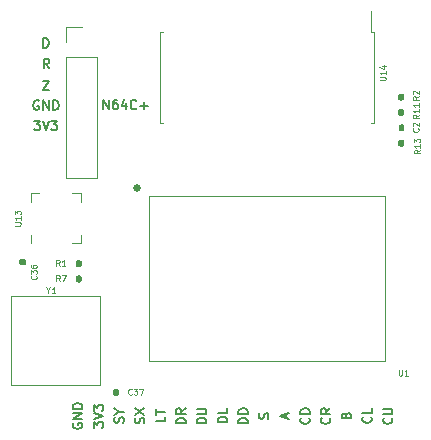
<source format=gbr>
%TF.GenerationSoftware,KiCad,Pcbnew,7.0.5*%
%TF.CreationDate,2024-02-13T07:46:18-05:00*%
%TF.ProjectId,N64SP PCB,4e363453-5020-4504-9342-2e6b69636164,rev?*%
%TF.SameCoordinates,Original*%
%TF.FileFunction,Legend,Top*%
%TF.FilePolarity,Positive*%
%FSLAX46Y46*%
G04 Gerber Fmt 4.6, Leading zero omitted, Abs format (unit mm)*
G04 Created by KiCad (PCBNEW 7.0.5) date 2024-02-13 07:46:18*
%MOMM*%
%LPD*%
G01*
G04 APERTURE LIST*
%ADD10C,0.150000*%
%ADD11C,0.125000*%
%ADD12C,0.500000*%
%ADD13C,0.120000*%
%ADD14C,0.100000*%
G04 APERTURE END LIST*
D10*
X112269523Y-43342295D02*
X112764761Y-43342295D01*
X112764761Y-43342295D02*
X112498095Y-43647057D01*
X112498095Y-43647057D02*
X112612380Y-43647057D01*
X112612380Y-43647057D02*
X112688571Y-43685152D01*
X112688571Y-43685152D02*
X112726666Y-43723247D01*
X112726666Y-43723247D02*
X112764761Y-43799438D01*
X112764761Y-43799438D02*
X112764761Y-43989914D01*
X112764761Y-43989914D02*
X112726666Y-44066104D01*
X112726666Y-44066104D02*
X112688571Y-44104200D01*
X112688571Y-44104200D02*
X112612380Y-44142295D01*
X112612380Y-44142295D02*
X112383809Y-44142295D01*
X112383809Y-44142295D02*
X112307618Y-44104200D01*
X112307618Y-44104200D02*
X112269523Y-44066104D01*
X112993333Y-43342295D02*
X113260000Y-44142295D01*
X113260000Y-44142295D02*
X113526666Y-43342295D01*
X113717142Y-43342295D02*
X114212380Y-43342295D01*
X114212380Y-43342295D02*
X113945714Y-43647057D01*
X113945714Y-43647057D02*
X114059999Y-43647057D01*
X114059999Y-43647057D02*
X114136190Y-43685152D01*
X114136190Y-43685152D02*
X114174285Y-43723247D01*
X114174285Y-43723247D02*
X114212380Y-43799438D01*
X114212380Y-43799438D02*
X114212380Y-43989914D01*
X114212380Y-43989914D02*
X114174285Y-44066104D01*
X114174285Y-44066104D02*
X114136190Y-44104200D01*
X114136190Y-44104200D02*
X114059999Y-44142295D01*
X114059999Y-44142295D02*
X113831428Y-44142295D01*
X113831428Y-44142295D02*
X113755237Y-44104200D01*
X113755237Y-44104200D02*
X113717142Y-44066104D01*
X113050476Y-37152295D02*
X113050476Y-36352295D01*
X113050476Y-36352295D02*
X113240952Y-36352295D01*
X113240952Y-36352295D02*
X113355238Y-36390390D01*
X113355238Y-36390390D02*
X113431428Y-36466580D01*
X113431428Y-36466580D02*
X113469523Y-36542771D01*
X113469523Y-36542771D02*
X113507619Y-36695152D01*
X113507619Y-36695152D02*
X113507619Y-36809438D01*
X113507619Y-36809438D02*
X113469523Y-36961819D01*
X113469523Y-36961819D02*
X113431428Y-37038009D01*
X113431428Y-37038009D02*
X113355238Y-37114200D01*
X113355238Y-37114200D02*
X113240952Y-37152295D01*
X113240952Y-37152295D02*
X113050476Y-37152295D01*
X133623723Y-68530476D02*
X133623723Y-68149523D01*
X133852295Y-68606666D02*
X133052295Y-68339999D01*
X133052295Y-68339999D02*
X133852295Y-68073333D01*
X135526104Y-68492380D02*
X135564200Y-68530476D01*
X135564200Y-68530476D02*
X135602295Y-68644761D01*
X135602295Y-68644761D02*
X135602295Y-68720952D01*
X135602295Y-68720952D02*
X135564200Y-68835238D01*
X135564200Y-68835238D02*
X135488009Y-68911428D01*
X135488009Y-68911428D02*
X135411819Y-68949523D01*
X135411819Y-68949523D02*
X135259438Y-68987619D01*
X135259438Y-68987619D02*
X135145152Y-68987619D01*
X135145152Y-68987619D02*
X134992771Y-68949523D01*
X134992771Y-68949523D02*
X134916580Y-68911428D01*
X134916580Y-68911428D02*
X134840390Y-68835238D01*
X134840390Y-68835238D02*
X134802295Y-68720952D01*
X134802295Y-68720952D02*
X134802295Y-68644761D01*
X134802295Y-68644761D02*
X134840390Y-68530476D01*
X134840390Y-68530476D02*
X134878485Y-68492380D01*
X135602295Y-68149523D02*
X134802295Y-68149523D01*
X134802295Y-68149523D02*
X134802295Y-67959047D01*
X134802295Y-67959047D02*
X134840390Y-67844761D01*
X134840390Y-67844761D02*
X134916580Y-67768571D01*
X134916580Y-67768571D02*
X134992771Y-67730476D01*
X134992771Y-67730476D02*
X135145152Y-67692380D01*
X135145152Y-67692380D02*
X135259438Y-67692380D01*
X135259438Y-67692380D02*
X135411819Y-67730476D01*
X135411819Y-67730476D02*
X135488009Y-67768571D01*
X135488009Y-67768571D02*
X135564200Y-67844761D01*
X135564200Y-67844761D02*
X135602295Y-67959047D01*
X135602295Y-67959047D02*
X135602295Y-68149523D01*
X112650476Y-41660390D02*
X112574286Y-41622295D01*
X112574286Y-41622295D02*
X112460000Y-41622295D01*
X112460000Y-41622295D02*
X112345714Y-41660390D01*
X112345714Y-41660390D02*
X112269524Y-41736580D01*
X112269524Y-41736580D02*
X112231429Y-41812771D01*
X112231429Y-41812771D02*
X112193333Y-41965152D01*
X112193333Y-41965152D02*
X112193333Y-42079438D01*
X112193333Y-42079438D02*
X112231429Y-42231819D01*
X112231429Y-42231819D02*
X112269524Y-42308009D01*
X112269524Y-42308009D02*
X112345714Y-42384200D01*
X112345714Y-42384200D02*
X112460000Y-42422295D01*
X112460000Y-42422295D02*
X112536191Y-42422295D01*
X112536191Y-42422295D02*
X112650476Y-42384200D01*
X112650476Y-42384200D02*
X112688572Y-42346104D01*
X112688572Y-42346104D02*
X112688572Y-42079438D01*
X112688572Y-42079438D02*
X112536191Y-42079438D01*
X113031429Y-42422295D02*
X113031429Y-41622295D01*
X113031429Y-41622295D02*
X113488572Y-42422295D01*
X113488572Y-42422295D02*
X113488572Y-41622295D01*
X113869524Y-42422295D02*
X113869524Y-41622295D01*
X113869524Y-41622295D02*
X114060000Y-41622295D01*
X114060000Y-41622295D02*
X114174286Y-41660390D01*
X114174286Y-41660390D02*
X114250476Y-41736580D01*
X114250476Y-41736580D02*
X114288571Y-41812771D01*
X114288571Y-41812771D02*
X114326667Y-41965152D01*
X114326667Y-41965152D02*
X114326667Y-42079438D01*
X114326667Y-42079438D02*
X114288571Y-42231819D01*
X114288571Y-42231819D02*
X114250476Y-42308009D01*
X114250476Y-42308009D02*
X114174286Y-42384200D01*
X114174286Y-42384200D02*
X114060000Y-42422295D01*
X114060000Y-42422295D02*
X113869524Y-42422295D01*
X113517619Y-38902295D02*
X113250952Y-38521342D01*
X113060476Y-38902295D02*
X113060476Y-38102295D01*
X113060476Y-38102295D02*
X113365238Y-38102295D01*
X113365238Y-38102295D02*
X113441428Y-38140390D01*
X113441428Y-38140390D02*
X113479523Y-38178485D01*
X113479523Y-38178485D02*
X113517619Y-38254676D01*
X113517619Y-38254676D02*
X113517619Y-38368961D01*
X113517619Y-38368961D02*
X113479523Y-38445152D01*
X113479523Y-38445152D02*
X113441428Y-38483247D01*
X113441428Y-38483247D02*
X113365238Y-38521342D01*
X113365238Y-38521342D02*
X113060476Y-38521342D01*
X126852295Y-68968570D02*
X126052295Y-68968570D01*
X126052295Y-68968570D02*
X126052295Y-68778094D01*
X126052295Y-68778094D02*
X126090390Y-68663808D01*
X126090390Y-68663808D02*
X126166580Y-68587618D01*
X126166580Y-68587618D02*
X126242771Y-68549523D01*
X126242771Y-68549523D02*
X126395152Y-68511427D01*
X126395152Y-68511427D02*
X126509438Y-68511427D01*
X126509438Y-68511427D02*
X126661819Y-68549523D01*
X126661819Y-68549523D02*
X126738009Y-68587618D01*
X126738009Y-68587618D02*
X126814200Y-68663808D01*
X126814200Y-68663808D02*
X126852295Y-68778094D01*
X126852295Y-68778094D02*
X126852295Y-68968570D01*
X126052295Y-68168570D02*
X126699914Y-68168570D01*
X126699914Y-68168570D02*
X126776104Y-68130475D01*
X126776104Y-68130475D02*
X126814200Y-68092380D01*
X126814200Y-68092380D02*
X126852295Y-68016189D01*
X126852295Y-68016189D02*
X126852295Y-67863808D01*
X126852295Y-67863808D02*
X126814200Y-67787618D01*
X126814200Y-67787618D02*
X126776104Y-67749523D01*
X126776104Y-67749523D02*
X126699914Y-67711427D01*
X126699914Y-67711427D02*
X126052295Y-67711427D01*
X115590390Y-68949523D02*
X115552295Y-69025713D01*
X115552295Y-69025713D02*
X115552295Y-69139999D01*
X115552295Y-69139999D02*
X115590390Y-69254285D01*
X115590390Y-69254285D02*
X115666580Y-69330475D01*
X115666580Y-69330475D02*
X115742771Y-69368570D01*
X115742771Y-69368570D02*
X115895152Y-69406666D01*
X115895152Y-69406666D02*
X116009438Y-69406666D01*
X116009438Y-69406666D02*
X116161819Y-69368570D01*
X116161819Y-69368570D02*
X116238009Y-69330475D01*
X116238009Y-69330475D02*
X116314200Y-69254285D01*
X116314200Y-69254285D02*
X116352295Y-69139999D01*
X116352295Y-69139999D02*
X116352295Y-69063808D01*
X116352295Y-69063808D02*
X116314200Y-68949523D01*
X116314200Y-68949523D02*
X116276104Y-68911427D01*
X116276104Y-68911427D02*
X116009438Y-68911427D01*
X116009438Y-68911427D02*
X116009438Y-69063808D01*
X116352295Y-68568570D02*
X115552295Y-68568570D01*
X115552295Y-68568570D02*
X116352295Y-68111427D01*
X116352295Y-68111427D02*
X115552295Y-68111427D01*
X116352295Y-67730475D02*
X115552295Y-67730475D01*
X115552295Y-67730475D02*
X115552295Y-67539999D01*
X115552295Y-67539999D02*
X115590390Y-67425713D01*
X115590390Y-67425713D02*
X115666580Y-67349523D01*
X115666580Y-67349523D02*
X115742771Y-67311428D01*
X115742771Y-67311428D02*
X115895152Y-67273332D01*
X115895152Y-67273332D02*
X116009438Y-67273332D01*
X116009438Y-67273332D02*
X116161819Y-67311428D01*
X116161819Y-67311428D02*
X116238009Y-67349523D01*
X116238009Y-67349523D02*
X116314200Y-67425713D01*
X116314200Y-67425713D02*
X116352295Y-67539999D01*
X116352295Y-67539999D02*
X116352295Y-67730475D01*
X132064200Y-68568571D02*
X132102295Y-68454285D01*
X132102295Y-68454285D02*
X132102295Y-68263809D01*
X132102295Y-68263809D02*
X132064200Y-68187618D01*
X132064200Y-68187618D02*
X132026104Y-68149523D01*
X132026104Y-68149523D02*
X131949914Y-68111428D01*
X131949914Y-68111428D02*
X131873723Y-68111428D01*
X131873723Y-68111428D02*
X131797533Y-68149523D01*
X131797533Y-68149523D02*
X131759438Y-68187618D01*
X131759438Y-68187618D02*
X131721342Y-68263809D01*
X131721342Y-68263809D02*
X131683247Y-68416190D01*
X131683247Y-68416190D02*
X131645152Y-68492380D01*
X131645152Y-68492380D02*
X131607057Y-68530475D01*
X131607057Y-68530475D02*
X131530866Y-68568571D01*
X131530866Y-68568571D02*
X131454676Y-68568571D01*
X131454676Y-68568571D02*
X131378485Y-68530475D01*
X131378485Y-68530475D02*
X131340390Y-68492380D01*
X131340390Y-68492380D02*
X131302295Y-68416190D01*
X131302295Y-68416190D02*
X131302295Y-68225713D01*
X131302295Y-68225713D02*
X131340390Y-68111428D01*
X118104286Y-42362295D02*
X118104286Y-41562295D01*
X118104286Y-41562295D02*
X118561429Y-42362295D01*
X118561429Y-42362295D02*
X118561429Y-41562295D01*
X119285238Y-41562295D02*
X119132857Y-41562295D01*
X119132857Y-41562295D02*
X119056666Y-41600390D01*
X119056666Y-41600390D02*
X119018571Y-41638485D01*
X119018571Y-41638485D02*
X118942381Y-41752771D01*
X118942381Y-41752771D02*
X118904285Y-41905152D01*
X118904285Y-41905152D02*
X118904285Y-42209914D01*
X118904285Y-42209914D02*
X118942381Y-42286104D01*
X118942381Y-42286104D02*
X118980476Y-42324200D01*
X118980476Y-42324200D02*
X119056666Y-42362295D01*
X119056666Y-42362295D02*
X119209047Y-42362295D01*
X119209047Y-42362295D02*
X119285238Y-42324200D01*
X119285238Y-42324200D02*
X119323333Y-42286104D01*
X119323333Y-42286104D02*
X119361428Y-42209914D01*
X119361428Y-42209914D02*
X119361428Y-42019438D01*
X119361428Y-42019438D02*
X119323333Y-41943247D01*
X119323333Y-41943247D02*
X119285238Y-41905152D01*
X119285238Y-41905152D02*
X119209047Y-41867057D01*
X119209047Y-41867057D02*
X119056666Y-41867057D01*
X119056666Y-41867057D02*
X118980476Y-41905152D01*
X118980476Y-41905152D02*
X118942381Y-41943247D01*
X118942381Y-41943247D02*
X118904285Y-42019438D01*
X120047143Y-41828961D02*
X120047143Y-42362295D01*
X119856667Y-41524200D02*
X119666190Y-42095628D01*
X119666190Y-42095628D02*
X120161429Y-42095628D01*
X120923334Y-42286104D02*
X120885238Y-42324200D01*
X120885238Y-42324200D02*
X120770953Y-42362295D01*
X120770953Y-42362295D02*
X120694762Y-42362295D01*
X120694762Y-42362295D02*
X120580476Y-42324200D01*
X120580476Y-42324200D02*
X120504286Y-42248009D01*
X120504286Y-42248009D02*
X120466191Y-42171819D01*
X120466191Y-42171819D02*
X120428095Y-42019438D01*
X120428095Y-42019438D02*
X120428095Y-41905152D01*
X120428095Y-41905152D02*
X120466191Y-41752771D01*
X120466191Y-41752771D02*
X120504286Y-41676580D01*
X120504286Y-41676580D02*
X120580476Y-41600390D01*
X120580476Y-41600390D02*
X120694762Y-41562295D01*
X120694762Y-41562295D02*
X120770953Y-41562295D01*
X120770953Y-41562295D02*
X120885238Y-41600390D01*
X120885238Y-41600390D02*
X120923334Y-41638485D01*
X121266191Y-42057533D02*
X121875715Y-42057533D01*
X121570953Y-42362295D02*
X121570953Y-41752771D01*
X138683247Y-68282857D02*
X138721342Y-68168571D01*
X138721342Y-68168571D02*
X138759438Y-68130476D01*
X138759438Y-68130476D02*
X138835628Y-68092380D01*
X138835628Y-68092380D02*
X138949914Y-68092380D01*
X138949914Y-68092380D02*
X139026104Y-68130476D01*
X139026104Y-68130476D02*
X139064200Y-68168571D01*
X139064200Y-68168571D02*
X139102295Y-68244761D01*
X139102295Y-68244761D02*
X139102295Y-68549523D01*
X139102295Y-68549523D02*
X138302295Y-68549523D01*
X138302295Y-68549523D02*
X138302295Y-68282857D01*
X138302295Y-68282857D02*
X138340390Y-68206666D01*
X138340390Y-68206666D02*
X138378485Y-68168571D01*
X138378485Y-68168571D02*
X138454676Y-68130476D01*
X138454676Y-68130476D02*
X138530866Y-68130476D01*
X138530866Y-68130476D02*
X138607057Y-68168571D01*
X138607057Y-68168571D02*
X138645152Y-68206666D01*
X138645152Y-68206666D02*
X138683247Y-68282857D01*
X138683247Y-68282857D02*
X138683247Y-68549523D01*
X140776104Y-68416189D02*
X140814200Y-68454285D01*
X140814200Y-68454285D02*
X140852295Y-68568570D01*
X140852295Y-68568570D02*
X140852295Y-68644761D01*
X140852295Y-68644761D02*
X140814200Y-68759047D01*
X140814200Y-68759047D02*
X140738009Y-68835237D01*
X140738009Y-68835237D02*
X140661819Y-68873332D01*
X140661819Y-68873332D02*
X140509438Y-68911428D01*
X140509438Y-68911428D02*
X140395152Y-68911428D01*
X140395152Y-68911428D02*
X140242771Y-68873332D01*
X140242771Y-68873332D02*
X140166580Y-68835237D01*
X140166580Y-68835237D02*
X140090390Y-68759047D01*
X140090390Y-68759047D02*
X140052295Y-68644761D01*
X140052295Y-68644761D02*
X140052295Y-68568570D01*
X140052295Y-68568570D02*
X140090390Y-68454285D01*
X140090390Y-68454285D02*
X140128485Y-68416189D01*
X140852295Y-67692380D02*
X140852295Y-68073332D01*
X140852295Y-68073332D02*
X140052295Y-68073332D01*
X125102295Y-68949523D02*
X124302295Y-68949523D01*
X124302295Y-68949523D02*
X124302295Y-68759047D01*
X124302295Y-68759047D02*
X124340390Y-68644761D01*
X124340390Y-68644761D02*
X124416580Y-68568571D01*
X124416580Y-68568571D02*
X124492771Y-68530476D01*
X124492771Y-68530476D02*
X124645152Y-68492380D01*
X124645152Y-68492380D02*
X124759438Y-68492380D01*
X124759438Y-68492380D02*
X124911819Y-68530476D01*
X124911819Y-68530476D02*
X124988009Y-68568571D01*
X124988009Y-68568571D02*
X125064200Y-68644761D01*
X125064200Y-68644761D02*
X125102295Y-68759047D01*
X125102295Y-68759047D02*
X125102295Y-68949523D01*
X125102295Y-67692380D02*
X124721342Y-67959047D01*
X125102295Y-68149523D02*
X124302295Y-68149523D01*
X124302295Y-68149523D02*
X124302295Y-67844761D01*
X124302295Y-67844761D02*
X124340390Y-67768571D01*
X124340390Y-67768571D02*
X124378485Y-67730476D01*
X124378485Y-67730476D02*
X124454676Y-67692380D01*
X124454676Y-67692380D02*
X124568961Y-67692380D01*
X124568961Y-67692380D02*
X124645152Y-67730476D01*
X124645152Y-67730476D02*
X124683247Y-67768571D01*
X124683247Y-67768571D02*
X124721342Y-67844761D01*
X124721342Y-67844761D02*
X124721342Y-68149523D01*
X123352295Y-68397142D02*
X123352295Y-68778094D01*
X123352295Y-68778094D02*
X122552295Y-68778094D01*
X122552295Y-68244761D02*
X122552295Y-67787618D01*
X123352295Y-68016190D02*
X122552295Y-68016190D01*
X130352295Y-68949523D02*
X129552295Y-68949523D01*
X129552295Y-68949523D02*
X129552295Y-68759047D01*
X129552295Y-68759047D02*
X129590390Y-68644761D01*
X129590390Y-68644761D02*
X129666580Y-68568571D01*
X129666580Y-68568571D02*
X129742771Y-68530476D01*
X129742771Y-68530476D02*
X129895152Y-68492380D01*
X129895152Y-68492380D02*
X130009438Y-68492380D01*
X130009438Y-68492380D02*
X130161819Y-68530476D01*
X130161819Y-68530476D02*
X130238009Y-68568571D01*
X130238009Y-68568571D02*
X130314200Y-68644761D01*
X130314200Y-68644761D02*
X130352295Y-68759047D01*
X130352295Y-68759047D02*
X130352295Y-68949523D01*
X130352295Y-68149523D02*
X129552295Y-68149523D01*
X129552295Y-68149523D02*
X129552295Y-67959047D01*
X129552295Y-67959047D02*
X129590390Y-67844761D01*
X129590390Y-67844761D02*
X129666580Y-67768571D01*
X129666580Y-67768571D02*
X129742771Y-67730476D01*
X129742771Y-67730476D02*
X129895152Y-67692380D01*
X129895152Y-67692380D02*
X130009438Y-67692380D01*
X130009438Y-67692380D02*
X130161819Y-67730476D01*
X130161819Y-67730476D02*
X130238009Y-67768571D01*
X130238009Y-67768571D02*
X130314200Y-67844761D01*
X130314200Y-67844761D02*
X130352295Y-67959047D01*
X130352295Y-67959047D02*
X130352295Y-68149523D01*
X112993333Y-39962295D02*
X113526667Y-39962295D01*
X113526667Y-39962295D02*
X112993333Y-40762295D01*
X112993333Y-40762295D02*
X113526667Y-40762295D01*
X121564200Y-68949524D02*
X121602295Y-68835238D01*
X121602295Y-68835238D02*
X121602295Y-68644762D01*
X121602295Y-68644762D02*
X121564200Y-68568571D01*
X121564200Y-68568571D02*
X121526104Y-68530476D01*
X121526104Y-68530476D02*
X121449914Y-68492381D01*
X121449914Y-68492381D02*
X121373723Y-68492381D01*
X121373723Y-68492381D02*
X121297533Y-68530476D01*
X121297533Y-68530476D02*
X121259438Y-68568571D01*
X121259438Y-68568571D02*
X121221342Y-68644762D01*
X121221342Y-68644762D02*
X121183247Y-68797143D01*
X121183247Y-68797143D02*
X121145152Y-68873333D01*
X121145152Y-68873333D02*
X121107057Y-68911428D01*
X121107057Y-68911428D02*
X121030866Y-68949524D01*
X121030866Y-68949524D02*
X120954676Y-68949524D01*
X120954676Y-68949524D02*
X120878485Y-68911428D01*
X120878485Y-68911428D02*
X120840390Y-68873333D01*
X120840390Y-68873333D02*
X120802295Y-68797143D01*
X120802295Y-68797143D02*
X120802295Y-68606666D01*
X120802295Y-68606666D02*
X120840390Y-68492381D01*
X120802295Y-68225714D02*
X121602295Y-67692380D01*
X120802295Y-67692380D02*
X121602295Y-68225714D01*
X137276104Y-68492380D02*
X137314200Y-68530476D01*
X137314200Y-68530476D02*
X137352295Y-68644761D01*
X137352295Y-68644761D02*
X137352295Y-68720952D01*
X137352295Y-68720952D02*
X137314200Y-68835238D01*
X137314200Y-68835238D02*
X137238009Y-68911428D01*
X137238009Y-68911428D02*
X137161819Y-68949523D01*
X137161819Y-68949523D02*
X137009438Y-68987619D01*
X137009438Y-68987619D02*
X136895152Y-68987619D01*
X136895152Y-68987619D02*
X136742771Y-68949523D01*
X136742771Y-68949523D02*
X136666580Y-68911428D01*
X136666580Y-68911428D02*
X136590390Y-68835238D01*
X136590390Y-68835238D02*
X136552295Y-68720952D01*
X136552295Y-68720952D02*
X136552295Y-68644761D01*
X136552295Y-68644761D02*
X136590390Y-68530476D01*
X136590390Y-68530476D02*
X136628485Y-68492380D01*
X137352295Y-67692380D02*
X136971342Y-67959047D01*
X137352295Y-68149523D02*
X136552295Y-68149523D01*
X136552295Y-68149523D02*
X136552295Y-67844761D01*
X136552295Y-67844761D02*
X136590390Y-67768571D01*
X136590390Y-67768571D02*
X136628485Y-67730476D01*
X136628485Y-67730476D02*
X136704676Y-67692380D01*
X136704676Y-67692380D02*
X136818961Y-67692380D01*
X136818961Y-67692380D02*
X136895152Y-67730476D01*
X136895152Y-67730476D02*
X136933247Y-67768571D01*
X136933247Y-67768571D02*
X136971342Y-67844761D01*
X136971342Y-67844761D02*
X136971342Y-68149523D01*
X117302295Y-69330476D02*
X117302295Y-68835238D01*
X117302295Y-68835238D02*
X117607057Y-69101904D01*
X117607057Y-69101904D02*
X117607057Y-68987619D01*
X117607057Y-68987619D02*
X117645152Y-68911428D01*
X117645152Y-68911428D02*
X117683247Y-68873333D01*
X117683247Y-68873333D02*
X117759438Y-68835238D01*
X117759438Y-68835238D02*
X117949914Y-68835238D01*
X117949914Y-68835238D02*
X118026104Y-68873333D01*
X118026104Y-68873333D02*
X118064200Y-68911428D01*
X118064200Y-68911428D02*
X118102295Y-68987619D01*
X118102295Y-68987619D02*
X118102295Y-69216190D01*
X118102295Y-69216190D02*
X118064200Y-69292381D01*
X118064200Y-69292381D02*
X118026104Y-69330476D01*
X117302295Y-68606666D02*
X118102295Y-68339999D01*
X118102295Y-68339999D02*
X117302295Y-68073333D01*
X117302295Y-67882857D02*
X117302295Y-67387619D01*
X117302295Y-67387619D02*
X117607057Y-67654285D01*
X117607057Y-67654285D02*
X117607057Y-67540000D01*
X117607057Y-67540000D02*
X117645152Y-67463809D01*
X117645152Y-67463809D02*
X117683247Y-67425714D01*
X117683247Y-67425714D02*
X117759438Y-67387619D01*
X117759438Y-67387619D02*
X117949914Y-67387619D01*
X117949914Y-67387619D02*
X118026104Y-67425714D01*
X118026104Y-67425714D02*
X118064200Y-67463809D01*
X118064200Y-67463809D02*
X118102295Y-67540000D01*
X118102295Y-67540000D02*
X118102295Y-67768571D01*
X118102295Y-67768571D02*
X118064200Y-67844762D01*
X118064200Y-67844762D02*
X118026104Y-67882857D01*
X119814200Y-68911428D02*
X119852295Y-68797142D01*
X119852295Y-68797142D02*
X119852295Y-68606666D01*
X119852295Y-68606666D02*
X119814200Y-68530475D01*
X119814200Y-68530475D02*
X119776104Y-68492380D01*
X119776104Y-68492380D02*
X119699914Y-68454285D01*
X119699914Y-68454285D02*
X119623723Y-68454285D01*
X119623723Y-68454285D02*
X119547533Y-68492380D01*
X119547533Y-68492380D02*
X119509438Y-68530475D01*
X119509438Y-68530475D02*
X119471342Y-68606666D01*
X119471342Y-68606666D02*
X119433247Y-68759047D01*
X119433247Y-68759047D02*
X119395152Y-68835237D01*
X119395152Y-68835237D02*
X119357057Y-68873332D01*
X119357057Y-68873332D02*
X119280866Y-68911428D01*
X119280866Y-68911428D02*
X119204676Y-68911428D01*
X119204676Y-68911428D02*
X119128485Y-68873332D01*
X119128485Y-68873332D02*
X119090390Y-68835237D01*
X119090390Y-68835237D02*
X119052295Y-68759047D01*
X119052295Y-68759047D02*
X119052295Y-68568570D01*
X119052295Y-68568570D02*
X119090390Y-68454285D01*
X119471342Y-67959046D02*
X119852295Y-67959046D01*
X119052295Y-68225713D02*
X119471342Y-67959046D01*
X119471342Y-67959046D02*
X119052295Y-67692380D01*
X142526104Y-68511427D02*
X142564200Y-68549523D01*
X142564200Y-68549523D02*
X142602295Y-68663808D01*
X142602295Y-68663808D02*
X142602295Y-68739999D01*
X142602295Y-68739999D02*
X142564200Y-68854285D01*
X142564200Y-68854285D02*
X142488009Y-68930475D01*
X142488009Y-68930475D02*
X142411819Y-68968570D01*
X142411819Y-68968570D02*
X142259438Y-69006666D01*
X142259438Y-69006666D02*
X142145152Y-69006666D01*
X142145152Y-69006666D02*
X141992771Y-68968570D01*
X141992771Y-68968570D02*
X141916580Y-68930475D01*
X141916580Y-68930475D02*
X141840390Y-68854285D01*
X141840390Y-68854285D02*
X141802295Y-68739999D01*
X141802295Y-68739999D02*
X141802295Y-68663808D01*
X141802295Y-68663808D02*
X141840390Y-68549523D01*
X141840390Y-68549523D02*
X141878485Y-68511427D01*
X141802295Y-68168570D02*
X142449914Y-68168570D01*
X142449914Y-68168570D02*
X142526104Y-68130475D01*
X142526104Y-68130475D02*
X142564200Y-68092380D01*
X142564200Y-68092380D02*
X142602295Y-68016189D01*
X142602295Y-68016189D02*
X142602295Y-67863808D01*
X142602295Y-67863808D02*
X142564200Y-67787618D01*
X142564200Y-67787618D02*
X142526104Y-67749523D01*
X142526104Y-67749523D02*
X142449914Y-67711427D01*
X142449914Y-67711427D02*
X141802295Y-67711427D01*
X128602295Y-68873332D02*
X127802295Y-68873332D01*
X127802295Y-68873332D02*
X127802295Y-68682856D01*
X127802295Y-68682856D02*
X127840390Y-68568570D01*
X127840390Y-68568570D02*
X127916580Y-68492380D01*
X127916580Y-68492380D02*
X127992771Y-68454285D01*
X127992771Y-68454285D02*
X128145152Y-68416189D01*
X128145152Y-68416189D02*
X128259438Y-68416189D01*
X128259438Y-68416189D02*
X128411819Y-68454285D01*
X128411819Y-68454285D02*
X128488009Y-68492380D01*
X128488009Y-68492380D02*
X128564200Y-68568570D01*
X128564200Y-68568570D02*
X128602295Y-68682856D01*
X128602295Y-68682856D02*
X128602295Y-68873332D01*
X128602295Y-67692380D02*
X128602295Y-68073332D01*
X128602295Y-68073332D02*
X127802295Y-68073332D01*
D11*
%TO.C,U13*%
X110624809Y-52219047D02*
X111029571Y-52219047D01*
X111029571Y-52219047D02*
X111077190Y-52195237D01*
X111077190Y-52195237D02*
X111101000Y-52171428D01*
X111101000Y-52171428D02*
X111124809Y-52123809D01*
X111124809Y-52123809D02*
X111124809Y-52028571D01*
X111124809Y-52028571D02*
X111101000Y-51980952D01*
X111101000Y-51980952D02*
X111077190Y-51957142D01*
X111077190Y-51957142D02*
X111029571Y-51933333D01*
X111029571Y-51933333D02*
X110624809Y-51933333D01*
X111124809Y-51433332D02*
X111124809Y-51719046D01*
X111124809Y-51576189D02*
X110624809Y-51576189D01*
X110624809Y-51576189D02*
X110696238Y-51623808D01*
X110696238Y-51623808D02*
X110743857Y-51671427D01*
X110743857Y-51671427D02*
X110767666Y-51719046D01*
X110624809Y-51266666D02*
X110624809Y-50957142D01*
X110624809Y-50957142D02*
X110815285Y-51123809D01*
X110815285Y-51123809D02*
X110815285Y-51052380D01*
X110815285Y-51052380D02*
X110839095Y-51004761D01*
X110839095Y-51004761D02*
X110862904Y-50980952D01*
X110862904Y-50980952D02*
X110910523Y-50957142D01*
X110910523Y-50957142D02*
X111029571Y-50957142D01*
X111029571Y-50957142D02*
X111077190Y-50980952D01*
X111077190Y-50980952D02*
X111101000Y-51004761D01*
X111101000Y-51004761D02*
X111124809Y-51052380D01*
X111124809Y-51052380D02*
X111124809Y-51195237D01*
X111124809Y-51195237D02*
X111101000Y-51242856D01*
X111101000Y-51242856D02*
X111077190Y-51266666D01*
%TO.C,U14*%
X141524809Y-39919047D02*
X141929571Y-39919047D01*
X141929571Y-39919047D02*
X141977190Y-39895237D01*
X141977190Y-39895237D02*
X142001000Y-39871428D01*
X142001000Y-39871428D02*
X142024809Y-39823809D01*
X142024809Y-39823809D02*
X142024809Y-39728571D01*
X142024809Y-39728571D02*
X142001000Y-39680952D01*
X142001000Y-39680952D02*
X141977190Y-39657142D01*
X141977190Y-39657142D02*
X141929571Y-39633333D01*
X141929571Y-39633333D02*
X141524809Y-39633333D01*
X142024809Y-39133332D02*
X142024809Y-39419046D01*
X142024809Y-39276189D02*
X141524809Y-39276189D01*
X141524809Y-39276189D02*
X141596238Y-39323808D01*
X141596238Y-39323808D02*
X141643857Y-39371427D01*
X141643857Y-39371427D02*
X141667666Y-39419046D01*
X141691476Y-38704761D02*
X142024809Y-38704761D01*
X141501000Y-38823809D02*
X141858142Y-38942856D01*
X141858142Y-38942856D02*
X141858142Y-38633333D01*
%TO.C,Y1*%
X113461905Y-57686714D02*
X113461905Y-57924809D01*
X113295239Y-57424809D02*
X113461905Y-57686714D01*
X113461905Y-57686714D02*
X113628572Y-57424809D01*
X114057143Y-57924809D02*
X113771429Y-57924809D01*
X113914286Y-57924809D02*
X113914286Y-57424809D01*
X113914286Y-57424809D02*
X113866667Y-57496238D01*
X113866667Y-57496238D02*
X113819048Y-57543857D01*
X113819048Y-57543857D02*
X113771429Y-57567666D01*
%TO.C,C2*%
X144777190Y-43983333D02*
X144801000Y-44007142D01*
X144801000Y-44007142D02*
X144824809Y-44078571D01*
X144824809Y-44078571D02*
X144824809Y-44126190D01*
X144824809Y-44126190D02*
X144801000Y-44197618D01*
X144801000Y-44197618D02*
X144753380Y-44245237D01*
X144753380Y-44245237D02*
X144705761Y-44269047D01*
X144705761Y-44269047D02*
X144610523Y-44292856D01*
X144610523Y-44292856D02*
X144539095Y-44292856D01*
X144539095Y-44292856D02*
X144443857Y-44269047D01*
X144443857Y-44269047D02*
X144396238Y-44245237D01*
X144396238Y-44245237D02*
X144348619Y-44197618D01*
X144348619Y-44197618D02*
X144324809Y-44126190D01*
X144324809Y-44126190D02*
X144324809Y-44078571D01*
X144324809Y-44078571D02*
X144348619Y-44007142D01*
X144348619Y-44007142D02*
X144372428Y-43983333D01*
X144372428Y-43792856D02*
X144348619Y-43769047D01*
X144348619Y-43769047D02*
X144324809Y-43721428D01*
X144324809Y-43721428D02*
X144324809Y-43602380D01*
X144324809Y-43602380D02*
X144348619Y-43554761D01*
X144348619Y-43554761D02*
X144372428Y-43530952D01*
X144372428Y-43530952D02*
X144420047Y-43507142D01*
X144420047Y-43507142D02*
X144467666Y-43507142D01*
X144467666Y-43507142D02*
X144539095Y-43530952D01*
X144539095Y-43530952D02*
X144824809Y-43816666D01*
X144824809Y-43816666D02*
X144824809Y-43507142D01*
%TO.C,C36*%
X112437190Y-56471428D02*
X112461000Y-56495237D01*
X112461000Y-56495237D02*
X112484809Y-56566666D01*
X112484809Y-56566666D02*
X112484809Y-56614285D01*
X112484809Y-56614285D02*
X112461000Y-56685713D01*
X112461000Y-56685713D02*
X112413380Y-56733332D01*
X112413380Y-56733332D02*
X112365761Y-56757142D01*
X112365761Y-56757142D02*
X112270523Y-56780951D01*
X112270523Y-56780951D02*
X112199095Y-56780951D01*
X112199095Y-56780951D02*
X112103857Y-56757142D01*
X112103857Y-56757142D02*
X112056238Y-56733332D01*
X112056238Y-56733332D02*
X112008619Y-56685713D01*
X112008619Y-56685713D02*
X111984809Y-56614285D01*
X111984809Y-56614285D02*
X111984809Y-56566666D01*
X111984809Y-56566666D02*
X112008619Y-56495237D01*
X112008619Y-56495237D02*
X112032428Y-56471428D01*
X111984809Y-56304761D02*
X111984809Y-55995237D01*
X111984809Y-55995237D02*
X112175285Y-56161904D01*
X112175285Y-56161904D02*
X112175285Y-56090475D01*
X112175285Y-56090475D02*
X112199095Y-56042856D01*
X112199095Y-56042856D02*
X112222904Y-56019047D01*
X112222904Y-56019047D02*
X112270523Y-55995237D01*
X112270523Y-55995237D02*
X112389571Y-55995237D01*
X112389571Y-55995237D02*
X112437190Y-56019047D01*
X112437190Y-56019047D02*
X112461000Y-56042856D01*
X112461000Y-56042856D02*
X112484809Y-56090475D01*
X112484809Y-56090475D02*
X112484809Y-56233332D01*
X112484809Y-56233332D02*
X112461000Y-56280951D01*
X112461000Y-56280951D02*
X112437190Y-56304761D01*
X111984809Y-55566666D02*
X111984809Y-55661904D01*
X111984809Y-55661904D02*
X112008619Y-55709523D01*
X112008619Y-55709523D02*
X112032428Y-55733333D01*
X112032428Y-55733333D02*
X112103857Y-55780952D01*
X112103857Y-55780952D02*
X112199095Y-55804761D01*
X112199095Y-55804761D02*
X112389571Y-55804761D01*
X112389571Y-55804761D02*
X112437190Y-55780952D01*
X112437190Y-55780952D02*
X112461000Y-55757142D01*
X112461000Y-55757142D02*
X112484809Y-55709523D01*
X112484809Y-55709523D02*
X112484809Y-55614285D01*
X112484809Y-55614285D02*
X112461000Y-55566666D01*
X112461000Y-55566666D02*
X112437190Y-55542857D01*
X112437190Y-55542857D02*
X112389571Y-55519047D01*
X112389571Y-55519047D02*
X112270523Y-55519047D01*
X112270523Y-55519047D02*
X112222904Y-55542857D01*
X112222904Y-55542857D02*
X112199095Y-55566666D01*
X112199095Y-55566666D02*
X112175285Y-55614285D01*
X112175285Y-55614285D02*
X112175285Y-55709523D01*
X112175285Y-55709523D02*
X112199095Y-55757142D01*
X112199095Y-55757142D02*
X112222904Y-55780952D01*
X112222904Y-55780952D02*
X112270523Y-55804761D01*
%TO.C,C37*%
X120528571Y-66487190D02*
X120504762Y-66511000D01*
X120504762Y-66511000D02*
X120433333Y-66534809D01*
X120433333Y-66534809D02*
X120385714Y-66534809D01*
X120385714Y-66534809D02*
X120314286Y-66511000D01*
X120314286Y-66511000D02*
X120266667Y-66463380D01*
X120266667Y-66463380D02*
X120242857Y-66415761D01*
X120242857Y-66415761D02*
X120219048Y-66320523D01*
X120219048Y-66320523D02*
X120219048Y-66249095D01*
X120219048Y-66249095D02*
X120242857Y-66153857D01*
X120242857Y-66153857D02*
X120266667Y-66106238D01*
X120266667Y-66106238D02*
X120314286Y-66058619D01*
X120314286Y-66058619D02*
X120385714Y-66034809D01*
X120385714Y-66034809D02*
X120433333Y-66034809D01*
X120433333Y-66034809D02*
X120504762Y-66058619D01*
X120504762Y-66058619D02*
X120528571Y-66082428D01*
X120695238Y-66034809D02*
X121004762Y-66034809D01*
X121004762Y-66034809D02*
X120838095Y-66225285D01*
X120838095Y-66225285D02*
X120909524Y-66225285D01*
X120909524Y-66225285D02*
X120957143Y-66249095D01*
X120957143Y-66249095D02*
X120980952Y-66272904D01*
X120980952Y-66272904D02*
X121004762Y-66320523D01*
X121004762Y-66320523D02*
X121004762Y-66439571D01*
X121004762Y-66439571D02*
X120980952Y-66487190D01*
X120980952Y-66487190D02*
X120957143Y-66511000D01*
X120957143Y-66511000D02*
X120909524Y-66534809D01*
X120909524Y-66534809D02*
X120766667Y-66534809D01*
X120766667Y-66534809D02*
X120719048Y-66511000D01*
X120719048Y-66511000D02*
X120695238Y-66487190D01*
X121171428Y-66034809D02*
X121504761Y-66034809D01*
X121504761Y-66034809D02*
X121290476Y-66534809D01*
%TO.C,R1*%
X114416666Y-55624809D02*
X114250000Y-55386714D01*
X114130952Y-55624809D02*
X114130952Y-55124809D01*
X114130952Y-55124809D02*
X114321428Y-55124809D01*
X114321428Y-55124809D02*
X114369047Y-55148619D01*
X114369047Y-55148619D02*
X114392857Y-55172428D01*
X114392857Y-55172428D02*
X114416666Y-55220047D01*
X114416666Y-55220047D02*
X114416666Y-55291476D01*
X114416666Y-55291476D02*
X114392857Y-55339095D01*
X114392857Y-55339095D02*
X114369047Y-55362904D01*
X114369047Y-55362904D02*
X114321428Y-55386714D01*
X114321428Y-55386714D02*
X114130952Y-55386714D01*
X114892857Y-55624809D02*
X114607143Y-55624809D01*
X114750000Y-55624809D02*
X114750000Y-55124809D01*
X114750000Y-55124809D02*
X114702381Y-55196238D01*
X114702381Y-55196238D02*
X114654762Y-55243857D01*
X114654762Y-55243857D02*
X114607143Y-55267666D01*
%TO.C,R7*%
X114436666Y-56924809D02*
X114270000Y-56686714D01*
X114150952Y-56924809D02*
X114150952Y-56424809D01*
X114150952Y-56424809D02*
X114341428Y-56424809D01*
X114341428Y-56424809D02*
X114389047Y-56448619D01*
X114389047Y-56448619D02*
X114412857Y-56472428D01*
X114412857Y-56472428D02*
X114436666Y-56520047D01*
X114436666Y-56520047D02*
X114436666Y-56591476D01*
X114436666Y-56591476D02*
X114412857Y-56639095D01*
X114412857Y-56639095D02*
X114389047Y-56662904D01*
X114389047Y-56662904D02*
X114341428Y-56686714D01*
X114341428Y-56686714D02*
X114150952Y-56686714D01*
X114603333Y-56424809D02*
X114936666Y-56424809D01*
X114936666Y-56424809D02*
X114722381Y-56924809D01*
%TO.C,R11*%
X144824809Y-42821428D02*
X144586714Y-42988094D01*
X144824809Y-43107142D02*
X144324809Y-43107142D01*
X144324809Y-43107142D02*
X144324809Y-42916666D01*
X144324809Y-42916666D02*
X144348619Y-42869047D01*
X144348619Y-42869047D02*
X144372428Y-42845237D01*
X144372428Y-42845237D02*
X144420047Y-42821428D01*
X144420047Y-42821428D02*
X144491476Y-42821428D01*
X144491476Y-42821428D02*
X144539095Y-42845237D01*
X144539095Y-42845237D02*
X144562904Y-42869047D01*
X144562904Y-42869047D02*
X144586714Y-42916666D01*
X144586714Y-42916666D02*
X144586714Y-43107142D01*
X144824809Y-42345237D02*
X144824809Y-42630951D01*
X144824809Y-42488094D02*
X144324809Y-42488094D01*
X144324809Y-42488094D02*
X144396238Y-42535713D01*
X144396238Y-42535713D02*
X144443857Y-42583332D01*
X144443857Y-42583332D02*
X144467666Y-42630951D01*
X144824809Y-41869047D02*
X144824809Y-42154761D01*
X144824809Y-42011904D02*
X144324809Y-42011904D01*
X144324809Y-42011904D02*
X144396238Y-42059523D01*
X144396238Y-42059523D02*
X144443857Y-42107142D01*
X144443857Y-42107142D02*
X144467666Y-42154761D01*
%TO.C,R13*%
X144924809Y-45821428D02*
X144686714Y-45988094D01*
X144924809Y-46107142D02*
X144424809Y-46107142D01*
X144424809Y-46107142D02*
X144424809Y-45916666D01*
X144424809Y-45916666D02*
X144448619Y-45869047D01*
X144448619Y-45869047D02*
X144472428Y-45845237D01*
X144472428Y-45845237D02*
X144520047Y-45821428D01*
X144520047Y-45821428D02*
X144591476Y-45821428D01*
X144591476Y-45821428D02*
X144639095Y-45845237D01*
X144639095Y-45845237D02*
X144662904Y-45869047D01*
X144662904Y-45869047D02*
X144686714Y-45916666D01*
X144686714Y-45916666D02*
X144686714Y-46107142D01*
X144924809Y-45345237D02*
X144924809Y-45630951D01*
X144924809Y-45488094D02*
X144424809Y-45488094D01*
X144424809Y-45488094D02*
X144496238Y-45535713D01*
X144496238Y-45535713D02*
X144543857Y-45583332D01*
X144543857Y-45583332D02*
X144567666Y-45630951D01*
X144424809Y-45178571D02*
X144424809Y-44869047D01*
X144424809Y-44869047D02*
X144615285Y-45035714D01*
X144615285Y-45035714D02*
X144615285Y-44964285D01*
X144615285Y-44964285D02*
X144639095Y-44916666D01*
X144639095Y-44916666D02*
X144662904Y-44892857D01*
X144662904Y-44892857D02*
X144710523Y-44869047D01*
X144710523Y-44869047D02*
X144829571Y-44869047D01*
X144829571Y-44869047D02*
X144877190Y-44892857D01*
X144877190Y-44892857D02*
X144901000Y-44916666D01*
X144901000Y-44916666D02*
X144924809Y-44964285D01*
X144924809Y-44964285D02*
X144924809Y-45107142D01*
X144924809Y-45107142D02*
X144901000Y-45154761D01*
X144901000Y-45154761D02*
X144877190Y-45178571D01*
%TO.C,U1*%
X143119047Y-64424809D02*
X143119047Y-64829571D01*
X143119047Y-64829571D02*
X143142857Y-64877190D01*
X143142857Y-64877190D02*
X143166666Y-64901000D01*
X143166666Y-64901000D02*
X143214285Y-64924809D01*
X143214285Y-64924809D02*
X143309523Y-64924809D01*
X143309523Y-64924809D02*
X143357142Y-64901000D01*
X143357142Y-64901000D02*
X143380952Y-64877190D01*
X143380952Y-64877190D02*
X143404761Y-64829571D01*
X143404761Y-64829571D02*
X143404761Y-64424809D01*
X143904762Y-64924809D02*
X143619048Y-64924809D01*
X143761905Y-64924809D02*
X143761905Y-64424809D01*
X143761905Y-64424809D02*
X143714286Y-64496238D01*
X143714286Y-64496238D02*
X143666667Y-64543857D01*
X143666667Y-64543857D02*
X143619048Y-64567666D01*
D12*
X121000000Y-48908761D02*
X121095238Y-49004000D01*
X121095238Y-49004000D02*
X121000000Y-49099238D01*
X121000000Y-49099238D02*
X120904762Y-49004000D01*
X120904762Y-49004000D02*
X121000000Y-48908761D01*
X121000000Y-48908761D02*
X121000000Y-49099238D01*
D11*
%TO.C,R2*%
X144824809Y-41283333D02*
X144586714Y-41449999D01*
X144824809Y-41569047D02*
X144324809Y-41569047D01*
X144324809Y-41569047D02*
X144324809Y-41378571D01*
X144324809Y-41378571D02*
X144348619Y-41330952D01*
X144348619Y-41330952D02*
X144372428Y-41307142D01*
X144372428Y-41307142D02*
X144420047Y-41283333D01*
X144420047Y-41283333D02*
X144491476Y-41283333D01*
X144491476Y-41283333D02*
X144539095Y-41307142D01*
X144539095Y-41307142D02*
X144562904Y-41330952D01*
X144562904Y-41330952D02*
X144586714Y-41378571D01*
X144586714Y-41378571D02*
X144586714Y-41569047D01*
X144372428Y-41092856D02*
X144348619Y-41069047D01*
X144348619Y-41069047D02*
X144324809Y-41021428D01*
X144324809Y-41021428D02*
X144324809Y-40902380D01*
X144324809Y-40902380D02*
X144348619Y-40854761D01*
X144348619Y-40854761D02*
X144372428Y-40830952D01*
X144372428Y-40830952D02*
X144420047Y-40807142D01*
X144420047Y-40807142D02*
X144467666Y-40807142D01*
X144467666Y-40807142D02*
X144539095Y-40830952D01*
X144539095Y-40830952D02*
X144824809Y-41116666D01*
X144824809Y-41116666D02*
X144824809Y-40807142D01*
D13*
%TO.C,U13*%
X116210000Y-53710000D02*
X115485000Y-53710000D01*
X111990000Y-52985000D02*
X111990000Y-53710000D01*
X116210000Y-52985000D02*
X116210000Y-53710000D01*
X111990000Y-50215000D02*
X111990000Y-49490000D01*
X116210000Y-50215000D02*
X116210000Y-49490000D01*
X111990000Y-49490000D02*
X112715000Y-49490000D01*
X116210000Y-49490000D02*
X115485000Y-49490000D01*
%TO.C,U14*%
X141060000Y-35840000D02*
X140815000Y-35840000D01*
X140815000Y-35840000D02*
X140815000Y-34025000D01*
X122940000Y-35840000D02*
X123185000Y-35840000D01*
X141060000Y-39700000D02*
X141060000Y-35840000D01*
X141060000Y-39700000D02*
X141060000Y-43560000D01*
X122940000Y-39700000D02*
X122940000Y-35840000D01*
X122940000Y-39700000D02*
X122940000Y-43560000D01*
X141060000Y-43560000D02*
X140815000Y-43560000D01*
X122940000Y-43560000D02*
X123185000Y-43560000D01*
%TO.C,Y1*%
X117800000Y-65700000D02*
X117800000Y-58200000D01*
X117800000Y-58200000D02*
X110300000Y-58200000D01*
X110300000Y-65700000D02*
X117800000Y-65700000D01*
X110300000Y-58200000D02*
X110300000Y-65700000D01*
%TO.C,C2*%
D14*
X143430000Y-43660000D02*
X143460000Y-43680000D01*
X143500000Y-43710000D01*
X143520000Y-43740000D01*
X143520000Y-44070000D01*
X143490000Y-44100000D01*
X143440000Y-44130000D01*
X143400000Y-44150000D01*
X143360000Y-44160000D01*
X143310000Y-44160000D01*
X143240000Y-44150000D01*
X143190000Y-44130000D01*
X143150000Y-44100000D01*
X143120000Y-44070000D01*
X143120000Y-43740000D01*
X143150000Y-43700000D01*
X143210000Y-43660000D01*
X143310000Y-43640000D01*
X143370000Y-43640000D01*
X143430000Y-43660000D01*
G36*
X143430000Y-43660000D02*
G01*
X143460000Y-43680000D01*
X143500000Y-43710000D01*
X143520000Y-43740000D01*
X143520000Y-44070000D01*
X143490000Y-44100000D01*
X143440000Y-44130000D01*
X143400000Y-44150000D01*
X143360000Y-44160000D01*
X143310000Y-44160000D01*
X143240000Y-44150000D01*
X143190000Y-44130000D01*
X143150000Y-44100000D01*
X143120000Y-44070000D01*
X143120000Y-43740000D01*
X143150000Y-43700000D01*
X143210000Y-43660000D01*
X143310000Y-43640000D01*
X143370000Y-43640000D01*
X143430000Y-43660000D01*
G37*
%TO.C,C36*%
X111460000Y-55100000D02*
X111490000Y-55150000D01*
X111510000Y-55190000D01*
X111520000Y-55230000D01*
X111520000Y-55280000D01*
X111510000Y-55350000D01*
X111490000Y-55400000D01*
X111460000Y-55440000D01*
X111430000Y-55470000D01*
X111100000Y-55470000D01*
X111060000Y-55440000D01*
X111020000Y-55380000D01*
X111000000Y-55280000D01*
X111000000Y-55220000D01*
X111020000Y-55160000D01*
X111040000Y-55130000D01*
X111070000Y-55090000D01*
X111100000Y-55070000D01*
X111430000Y-55070000D01*
X111460000Y-55100000D01*
G36*
X111460000Y-55100000D02*
G01*
X111490000Y-55150000D01*
X111510000Y-55190000D01*
X111520000Y-55230000D01*
X111520000Y-55280000D01*
X111510000Y-55350000D01*
X111490000Y-55400000D01*
X111460000Y-55440000D01*
X111430000Y-55470000D01*
X111100000Y-55470000D01*
X111060000Y-55440000D01*
X111020000Y-55380000D01*
X111000000Y-55280000D01*
X111000000Y-55220000D01*
X111020000Y-55160000D01*
X111040000Y-55130000D01*
X111070000Y-55090000D01*
X111100000Y-55070000D01*
X111430000Y-55070000D01*
X111460000Y-55100000D01*
G37*
%TO.C,C37*%
X119230000Y-66060000D02*
X119260000Y-66080000D01*
X119300000Y-66110000D01*
X119320000Y-66140000D01*
X119320000Y-66470000D01*
X119290000Y-66500000D01*
X119240000Y-66530000D01*
X119200000Y-66550000D01*
X119160000Y-66560000D01*
X119110000Y-66560000D01*
X119040000Y-66550000D01*
X118990000Y-66530000D01*
X118950000Y-66500000D01*
X118920000Y-66470000D01*
X118920000Y-66140000D01*
X118950000Y-66100000D01*
X119010000Y-66060000D01*
X119110000Y-66040000D01*
X119170000Y-66040000D01*
X119230000Y-66060000D01*
G36*
X119230000Y-66060000D02*
G01*
X119260000Y-66080000D01*
X119300000Y-66110000D01*
X119320000Y-66140000D01*
X119320000Y-66470000D01*
X119290000Y-66500000D01*
X119240000Y-66530000D01*
X119200000Y-66550000D01*
X119160000Y-66560000D01*
X119110000Y-66560000D01*
X119040000Y-66550000D01*
X118990000Y-66530000D01*
X118950000Y-66500000D01*
X118920000Y-66470000D01*
X118920000Y-66140000D01*
X118950000Y-66100000D01*
X119010000Y-66060000D01*
X119110000Y-66040000D01*
X119170000Y-66040000D01*
X119230000Y-66060000D01*
G37*
%TO.C,R1*%
X116100000Y-55160000D02*
X116130000Y-55180000D01*
X116170000Y-55210000D01*
X116190000Y-55240000D01*
X116190000Y-55570000D01*
X116160000Y-55600000D01*
X116110000Y-55630000D01*
X116070000Y-55650000D01*
X116030000Y-55660000D01*
X115980000Y-55660000D01*
X115910000Y-55650000D01*
X115860000Y-55630000D01*
X115820000Y-55600000D01*
X115790000Y-55570000D01*
X115790000Y-55240000D01*
X115820000Y-55200000D01*
X115880000Y-55160000D01*
X115980000Y-55140000D01*
X116040000Y-55140000D01*
X116100000Y-55160000D01*
G36*
X116100000Y-55160000D02*
G01*
X116130000Y-55180000D01*
X116170000Y-55210000D01*
X116190000Y-55240000D01*
X116190000Y-55570000D01*
X116160000Y-55600000D01*
X116110000Y-55630000D01*
X116070000Y-55650000D01*
X116030000Y-55660000D01*
X115980000Y-55660000D01*
X115910000Y-55650000D01*
X115860000Y-55630000D01*
X115820000Y-55600000D01*
X115790000Y-55570000D01*
X115790000Y-55240000D01*
X115820000Y-55200000D01*
X115880000Y-55160000D01*
X115980000Y-55140000D01*
X116040000Y-55140000D01*
X116100000Y-55160000D01*
G37*
%TO.C,R7*%
X116090000Y-56450000D02*
X116140000Y-56470000D01*
X116180000Y-56500000D01*
X116210000Y-56530000D01*
X116210000Y-56860000D01*
X116180000Y-56900000D01*
X116120000Y-56940000D01*
X116020000Y-56960000D01*
X115960000Y-56960000D01*
X115900000Y-56940000D01*
X115870000Y-56920000D01*
X115830000Y-56890000D01*
X115810000Y-56860000D01*
X115810000Y-56530000D01*
X115840000Y-56500000D01*
X115890000Y-56470000D01*
X115930000Y-56450000D01*
X115970000Y-56440000D01*
X116020000Y-56440000D01*
X116090000Y-56450000D01*
G36*
X116090000Y-56450000D02*
G01*
X116140000Y-56470000D01*
X116180000Y-56500000D01*
X116210000Y-56530000D01*
X116210000Y-56860000D01*
X116180000Y-56900000D01*
X116120000Y-56940000D01*
X116020000Y-56960000D01*
X115960000Y-56960000D01*
X115900000Y-56940000D01*
X115870000Y-56920000D01*
X115830000Y-56890000D01*
X115810000Y-56860000D01*
X115810000Y-56530000D01*
X115840000Y-56500000D01*
X115890000Y-56470000D01*
X115930000Y-56450000D01*
X115970000Y-56440000D01*
X116020000Y-56440000D01*
X116090000Y-56450000D01*
G37*
%TO.C,R11*%
X143370000Y-42350000D02*
X143420000Y-42370000D01*
X143460000Y-42400000D01*
X143490000Y-42430000D01*
X143490000Y-42760000D01*
X143460000Y-42800000D01*
X143400000Y-42840000D01*
X143300000Y-42860000D01*
X143240000Y-42860000D01*
X143180000Y-42840000D01*
X143150000Y-42820000D01*
X143110000Y-42790000D01*
X143090000Y-42760000D01*
X143090000Y-42430000D01*
X143120000Y-42400000D01*
X143170000Y-42370000D01*
X143210000Y-42350000D01*
X143250000Y-42340000D01*
X143300000Y-42340000D01*
X143370000Y-42350000D01*
G36*
X143370000Y-42350000D02*
G01*
X143420000Y-42370000D01*
X143460000Y-42400000D01*
X143490000Y-42430000D01*
X143490000Y-42760000D01*
X143460000Y-42800000D01*
X143400000Y-42840000D01*
X143300000Y-42860000D01*
X143240000Y-42860000D01*
X143180000Y-42840000D01*
X143150000Y-42820000D01*
X143110000Y-42790000D01*
X143090000Y-42760000D01*
X143090000Y-42430000D01*
X143120000Y-42400000D01*
X143170000Y-42370000D01*
X143210000Y-42350000D01*
X143250000Y-42340000D01*
X143300000Y-42340000D01*
X143370000Y-42350000D01*
G37*
%TO.C,R13*%
X143420000Y-44960000D02*
X143450000Y-44980000D01*
X143490000Y-45010000D01*
X143510000Y-45040000D01*
X143510000Y-45370000D01*
X143480000Y-45400000D01*
X143430000Y-45430000D01*
X143390000Y-45450000D01*
X143350000Y-45460000D01*
X143300000Y-45460000D01*
X143230000Y-45450000D01*
X143180000Y-45430000D01*
X143140000Y-45400000D01*
X143110000Y-45370000D01*
X143110000Y-45040000D01*
X143140000Y-45000000D01*
X143200000Y-44960000D01*
X143300000Y-44940000D01*
X143360000Y-44940000D01*
X143420000Y-44960000D01*
G36*
X143420000Y-44960000D02*
G01*
X143450000Y-44980000D01*
X143490000Y-45010000D01*
X143510000Y-45040000D01*
X143510000Y-45370000D01*
X143480000Y-45400000D01*
X143430000Y-45430000D01*
X143390000Y-45450000D01*
X143350000Y-45460000D01*
X143300000Y-45460000D01*
X143230000Y-45450000D01*
X143180000Y-45430000D01*
X143140000Y-45400000D01*
X143110000Y-45370000D01*
X143110000Y-45040000D01*
X143140000Y-45000000D01*
X143200000Y-44960000D01*
X143300000Y-44940000D01*
X143360000Y-44940000D01*
X143420000Y-44960000D01*
G37*
D13*
%TO.C,U1*%
X122000000Y-49700000D02*
X122000000Y-63700000D01*
X122000000Y-63700000D02*
X142000000Y-63700000D01*
X142000000Y-49700000D02*
X122000000Y-49700000D01*
X142000000Y-63700000D02*
X142000000Y-49700000D01*
%TO.C,R2*%
D14*
X143390000Y-41050000D02*
X143440000Y-41070000D01*
X143480000Y-41100000D01*
X143510000Y-41130000D01*
X143510000Y-41460000D01*
X143480000Y-41500000D01*
X143420000Y-41540000D01*
X143320000Y-41560000D01*
X143260000Y-41560000D01*
X143200000Y-41540000D01*
X143170000Y-41520000D01*
X143130000Y-41490000D01*
X143110000Y-41460000D01*
X143110000Y-41130000D01*
X143140000Y-41100000D01*
X143190000Y-41070000D01*
X143230000Y-41050000D01*
X143270000Y-41040000D01*
X143320000Y-41040000D01*
X143390000Y-41050000D01*
G36*
X143390000Y-41050000D02*
G01*
X143440000Y-41070000D01*
X143480000Y-41100000D01*
X143510000Y-41130000D01*
X143510000Y-41460000D01*
X143480000Y-41500000D01*
X143420000Y-41540000D01*
X143320000Y-41560000D01*
X143260000Y-41560000D01*
X143200000Y-41540000D01*
X143170000Y-41520000D01*
X143130000Y-41490000D01*
X143110000Y-41460000D01*
X143110000Y-41130000D01*
X143140000Y-41100000D01*
X143190000Y-41070000D01*
X143230000Y-41050000D01*
X143270000Y-41040000D01*
X143320000Y-41040000D01*
X143390000Y-41050000D01*
G37*
D13*
%TO.C,J2*%
X114960000Y-35370000D02*
X116290000Y-35370000D01*
X114960000Y-36700000D02*
X114960000Y-35370000D01*
X114960000Y-37970000D02*
X114960000Y-48190000D01*
X114960000Y-37970000D02*
X117620000Y-37970000D01*
X114960000Y-48190000D02*
X117620000Y-48190000D01*
X117620000Y-37970000D02*
X117620000Y-48190000D01*
%TD*%
M02*

</source>
